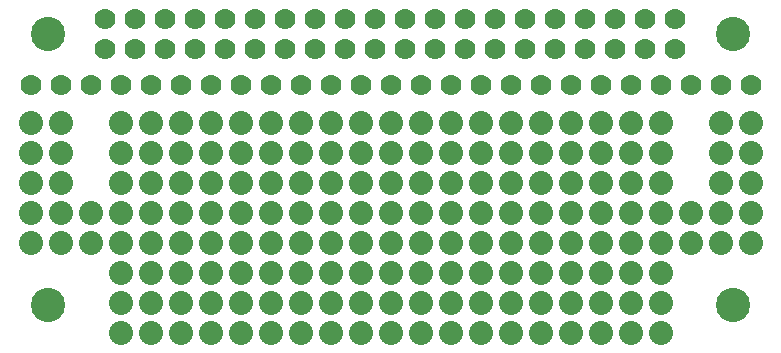
<source format=gbr>
G04 EAGLE Gerber RS-274X export*
G75*
%MOMM*%
%FSLAX34Y34*%
%LPD*%
%INSoldermask Top*%
%IPPOS*%
%AMOC8*
5,1,8,0,0,1.08239X$1,22.5*%
G01*
%ADD10C,2.901600*%
%ADD11C,1.778000*%
%ADD12C,2.032000*%


D10*
X35000Y35078D03*
X35000Y265078D03*
X615000Y265078D03*
X615000Y35078D03*
D11*
X83700Y252378D03*
X83700Y277778D03*
X109100Y252378D03*
X109100Y277778D03*
X134500Y252378D03*
X134500Y277778D03*
X159900Y252378D03*
X159900Y277778D03*
X185300Y252378D03*
X185300Y277778D03*
X210700Y252378D03*
X210700Y277778D03*
X236100Y252378D03*
X236100Y277778D03*
X261500Y252378D03*
X261500Y277778D03*
X286900Y252378D03*
X286900Y277778D03*
X312300Y252378D03*
X312300Y277778D03*
X337700Y252378D03*
X337700Y277778D03*
X363100Y252378D03*
X363100Y277778D03*
X388500Y252378D03*
X388500Y277778D03*
X413900Y252378D03*
X413900Y277778D03*
X439300Y252378D03*
X439300Y277778D03*
X464700Y252378D03*
X464700Y277778D03*
X490100Y252378D03*
X490100Y277778D03*
X515500Y252378D03*
X515500Y277778D03*
X540900Y252378D03*
X540900Y277778D03*
X566300Y252378D03*
X566300Y277778D03*
X20320Y221488D03*
X45720Y221488D03*
X71120Y221488D03*
X96520Y221488D03*
X121920Y221488D03*
X147320Y221488D03*
X172720Y221488D03*
X198120Y221488D03*
X223520Y221488D03*
X248920Y221488D03*
X274320Y221488D03*
X299720Y221488D03*
X325120Y221488D03*
X350520Y221488D03*
X375920Y221488D03*
X401320Y221488D03*
X426720Y221488D03*
X452120Y221488D03*
X477520Y221488D03*
X502920Y221488D03*
X528320Y221488D03*
X553720Y221488D03*
X579120Y221488D03*
X604520Y221488D03*
X629920Y221488D03*
D12*
X553720Y62738D03*
X553720Y37338D03*
X553720Y11938D03*
X528320Y62738D03*
X528320Y37338D03*
X528320Y11938D03*
X502920Y62738D03*
X502920Y37338D03*
X502920Y11938D03*
X477520Y62738D03*
X477520Y37338D03*
X477520Y11938D03*
X452120Y62738D03*
X452120Y37338D03*
X452120Y11938D03*
X426720Y62738D03*
X426720Y37338D03*
X426720Y11938D03*
X375920Y62738D03*
X375920Y37338D03*
X375920Y11938D03*
X401320Y62738D03*
X401320Y37338D03*
X401320Y11938D03*
X350520Y62738D03*
X350520Y37338D03*
X350520Y11938D03*
X325120Y62738D03*
X325120Y37338D03*
X325120Y11938D03*
X274320Y62738D03*
X274320Y37338D03*
X274320Y11938D03*
X299720Y62738D03*
X299720Y37338D03*
X299720Y11938D03*
X248920Y62738D03*
X248920Y37338D03*
X248920Y11938D03*
X223520Y62738D03*
X223520Y37338D03*
X223520Y11938D03*
X198120Y62738D03*
X198120Y37338D03*
X198120Y11938D03*
X172720Y62738D03*
X172720Y37338D03*
X172720Y11938D03*
X121920Y62738D03*
X121920Y37338D03*
X121920Y11938D03*
X147320Y62738D03*
X147320Y37338D03*
X147320Y11938D03*
X96520Y62738D03*
X96520Y37338D03*
X96520Y11938D03*
X71120Y113538D03*
X96520Y113538D03*
X121920Y113538D03*
X147320Y113538D03*
X172720Y113538D03*
X198120Y113538D03*
X223520Y113538D03*
X248920Y113538D03*
X274320Y113538D03*
X299720Y113538D03*
X325120Y113538D03*
X350520Y113538D03*
X375920Y113538D03*
X401320Y113538D03*
X426720Y113538D03*
X452120Y113538D03*
X477520Y113538D03*
X502920Y113538D03*
X528320Y113538D03*
X553720Y113538D03*
X579120Y113538D03*
X579120Y88138D03*
X553720Y88138D03*
X528320Y88138D03*
X502920Y88138D03*
X477520Y88138D03*
X452120Y88138D03*
X426720Y88138D03*
X401320Y88138D03*
X375920Y88138D03*
X350520Y88138D03*
X325120Y88138D03*
X299720Y88138D03*
X248920Y88138D03*
X274320Y88138D03*
X223520Y88138D03*
X198120Y88138D03*
X172720Y88138D03*
X147320Y88138D03*
X121920Y88138D03*
X96520Y88138D03*
X71120Y88138D03*
X553720Y189738D03*
X553720Y164338D03*
X553720Y138938D03*
X528320Y189738D03*
X528320Y164338D03*
X528320Y138938D03*
X502920Y189738D03*
X502920Y164338D03*
X502920Y138938D03*
X477520Y189738D03*
X477520Y164338D03*
X477520Y138938D03*
X452120Y189738D03*
X452120Y164338D03*
X452120Y138938D03*
X426720Y189738D03*
X426720Y164338D03*
X426720Y138938D03*
X375920Y189738D03*
X375920Y164338D03*
X375920Y138938D03*
X401320Y189738D03*
X401320Y164338D03*
X401320Y138938D03*
X350520Y189738D03*
X350520Y164338D03*
X350520Y138938D03*
X325120Y189738D03*
X325120Y164338D03*
X325120Y138938D03*
X274320Y189738D03*
X274320Y164338D03*
X274320Y138938D03*
X299720Y189738D03*
X299720Y164338D03*
X299720Y138938D03*
X248920Y189738D03*
X248920Y138938D03*
X248920Y164338D03*
X223520Y189738D03*
X223520Y164338D03*
X223520Y138938D03*
X198120Y189738D03*
X198120Y164338D03*
X198120Y138938D03*
X172720Y189738D03*
X172720Y164338D03*
X172720Y138938D03*
X121920Y189738D03*
X121920Y164338D03*
X121920Y138938D03*
X147320Y189738D03*
X147320Y164338D03*
X147320Y138938D03*
X96520Y189738D03*
X96520Y164338D03*
X96520Y138938D03*
X45720Y189738D03*
X20320Y189738D03*
X20320Y164338D03*
X45720Y164338D03*
X45720Y138938D03*
X20320Y138938D03*
X20320Y113538D03*
X45720Y113538D03*
X45720Y88138D03*
X20320Y88138D03*
X629920Y189738D03*
X604520Y189738D03*
X604520Y164338D03*
X629920Y164338D03*
X629920Y138938D03*
X604520Y138938D03*
X604520Y113538D03*
X629920Y113538D03*
X629920Y88138D03*
X604520Y88138D03*
M02*

</source>
